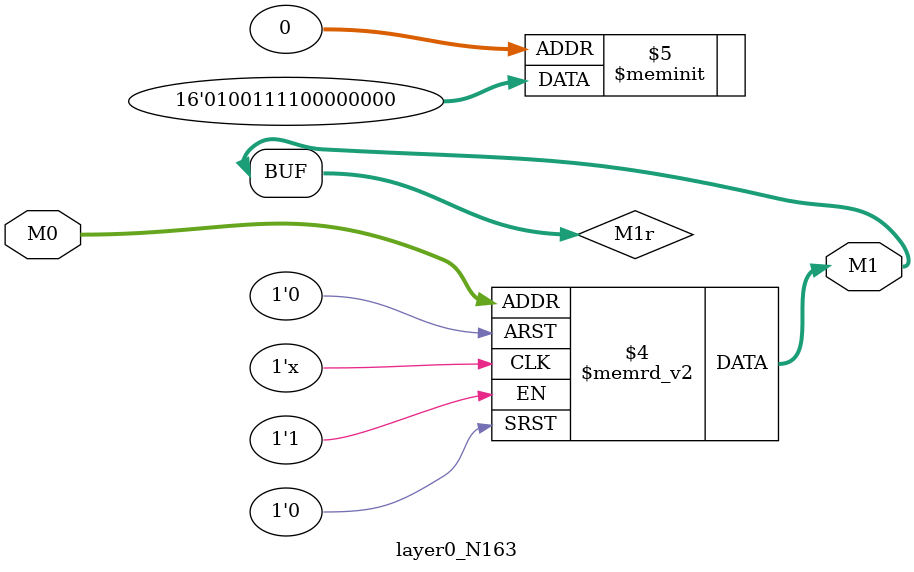
<source format=v>
module layer0_N163 ( input [2:0] M0, output [1:0] M1 );

	(*rom_style = "distributed" *) reg [1:0] M1r;
	assign M1 = M1r;
	always @ (M0) begin
		case (M0)
			3'b000: M1r = 2'b00;
			3'b100: M1r = 2'b11;
			3'b010: M1r = 2'b00;
			3'b110: M1r = 2'b00;
			3'b001: M1r = 2'b00;
			3'b101: M1r = 2'b11;
			3'b011: M1r = 2'b00;
			3'b111: M1r = 2'b01;

		endcase
	end
endmodule

</source>
